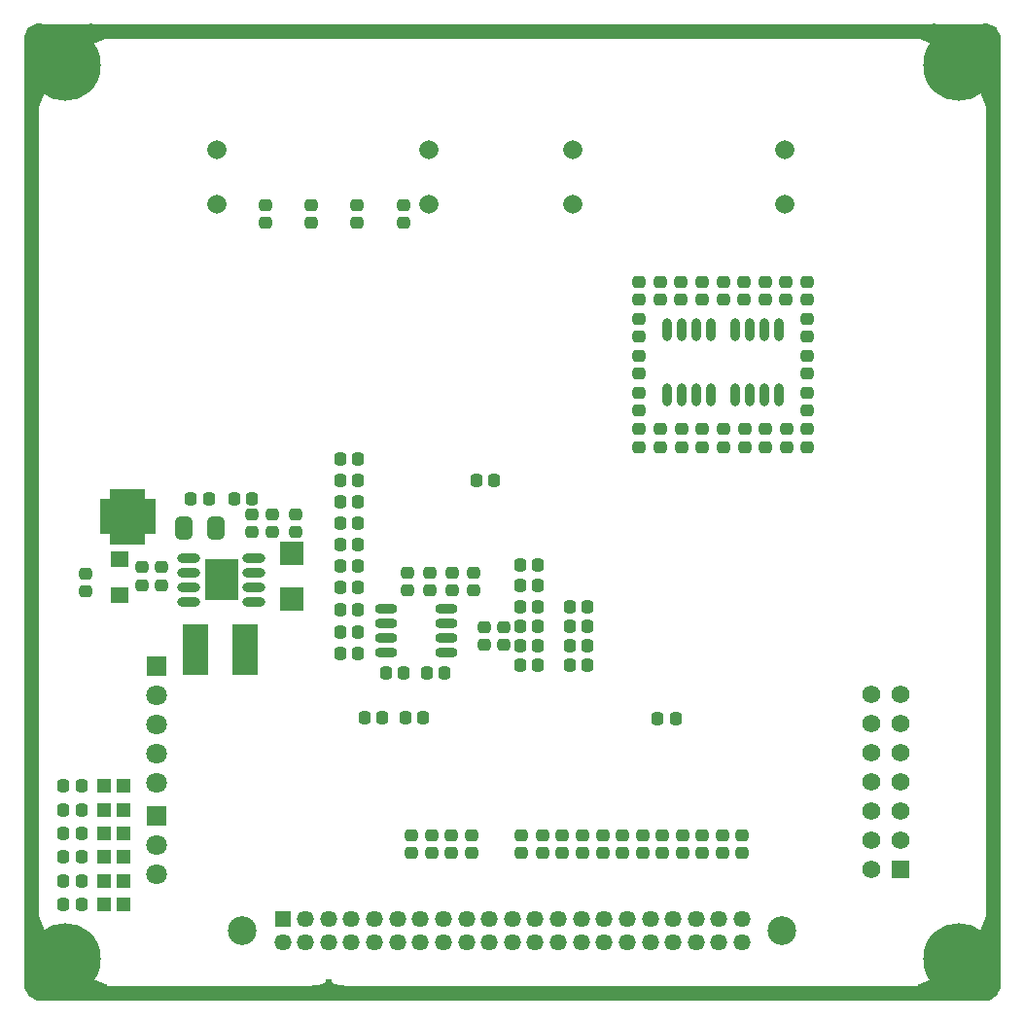
<source format=gbs>
G04*
G04 #@! TF.GenerationSoftware,Altium Limited,Altium Designer,24.1.2 (44)*
G04*
G04 Layer_Color=16711935*
%FSLAX44Y44*%
%MOMM*%
G71*
G04*
G04 #@! TF.SameCoordinates,CA10E9FC-EB55-4E7A-9E12-DBC140C81C46*
G04*
G04*
G04 #@! TF.FilePolarity,Negative*
G04*
G01*
G75*
%ADD23C,1.2300*%
G04:AMPARAMS|DCode=77|XSize=1.1532mm|YSize=1.0532mm|CornerRadius=0.3141mm|HoleSize=0mm|Usage=FLASHONLY|Rotation=180.000|XOffset=0mm|YOffset=0mm|HoleType=Round|Shape=RoundedRectangle|*
%AMROUNDEDRECTD77*
21,1,1.1532,0.4250,0,0,180.0*
21,1,0.5250,1.0532,0,0,180.0*
1,1,0.6282,-0.2625,0.2125*
1,1,0.6282,0.2625,0.2125*
1,1,0.6282,0.2625,-0.2125*
1,1,0.6282,-0.2625,-0.2125*
%
%ADD77ROUNDEDRECTD77*%
G04:AMPARAMS|DCode=78|XSize=1.1532mm|YSize=1.0532mm|CornerRadius=0.3141mm|HoleSize=0mm|Usage=FLASHONLY|Rotation=90.000|XOffset=0mm|YOffset=0mm|HoleType=Round|Shape=RoundedRectangle|*
%AMROUNDEDRECTD78*
21,1,1.1532,0.4250,0,0,90.0*
21,1,0.5250,1.0532,0,0,90.0*
1,1,0.6282,0.2125,0.2625*
1,1,0.6282,0.2125,-0.2625*
1,1,0.6282,-0.2125,-0.2625*
1,1,0.6282,-0.2125,0.2625*
%
%ADD78ROUNDEDRECTD78*%
%ADD83R,2.0032X2.0032*%
%ADD111O,0.8032X2.0032*%
%ADD115R,1.5732X1.5732*%
%ADD116C,1.5732*%
%ADD117C,1.6612*%
%ADD118C,1.4612*%
%ADD119R,1.4612X1.4612*%
%ADD120C,2.5032*%
%ADD121C,1.2032*%
%ADD122C,6.2032*%
%ADD123C,1.8032*%
%ADD124R,1.8032X1.8032*%
%ADD158R,0.3769X0.4877*%
%ADD159R,0.8704X0.4005*%
%ADD160R,0.7127X0.4784*%
%ADD161R,0.5175X0.4406*%
%ADD162R,2.9210X3.6068*%
%ADD163O,2.0032X0.8032*%
%ADD164R,2.8532X2.8532*%
%ADD165R,1.0588X0.5286*%
%ADD166R,0.5286X1.0588*%
G04:AMPARAMS|DCode=167|XSize=1.8432mm|YSize=0.7932mm|CornerRadius=0.2491mm|HoleSize=0mm|Usage=FLASHONLY|Rotation=0.000|XOffset=0mm|YOffset=0mm|HoleType=Round|Shape=RoundedRectangle|*
%AMROUNDEDRECTD167*
21,1,1.8432,0.2950,0,0,0.0*
21,1,1.3450,0.7932,0,0,0.0*
1,1,0.4982,0.6725,-0.1475*
1,1,0.4982,-0.6725,-0.1475*
1,1,0.4982,-0.6725,0.1475*
1,1,0.4982,0.6725,0.1475*
%
%ADD167ROUNDEDRECTD167*%
%ADD168R,2.2032X4.4032*%
G04:AMPARAMS|DCode=169|XSize=1.9532mm|YSize=1.4532mm|CornerRadius=0.3454mm|HoleSize=0mm|Usage=FLASHONLY|Rotation=270.000|XOffset=0mm|YOffset=0mm|HoleType=Round|Shape=RoundedRectangle|*
%AMROUNDEDRECTD169*
21,1,1.9532,0.7625,0,0,270.0*
21,1,1.2625,1.4532,0,0,270.0*
1,1,0.6907,-0.3813,-0.6313*
1,1,0.6907,-0.3813,0.6313*
1,1,0.6907,0.3813,0.6313*
1,1,0.6907,0.3813,-0.6313*
%
%ADD169ROUNDEDRECTD169*%
%ADD170R,1.3000X1.2000*%
%ADD171R,1.5032X1.3532*%
G36*
X72648Y837500D02*
X60019Y831975D01*
X36000Y840536D01*
X16458Y833570D01*
X9459Y814000D01*
X18057Y789957D01*
X12506Y777344D01*
X206Y791390D01*
X5266Y814000D01*
X206Y836610D01*
X11965Y837939D01*
Y837959D01*
X12003Y837997D01*
X12081Y837997D01*
X13429Y849800D01*
X36000Y844737D01*
X58571Y849800D01*
X72648Y837500D01*
D02*
G37*
G36*
X18057Y60043D02*
X9459Y36000D01*
X16457Y16430D01*
X36000Y9464D01*
X60019Y18026D01*
X72648Y12500D01*
X58571Y200D01*
X57750Y267D01*
X56450Y468D01*
X46447Y2607D01*
X36000Y5135D01*
X25553Y2607D01*
X15550Y468D01*
X14250Y267D01*
X13429Y200D01*
X12068Y11965D01*
X12041D01*
X12003Y12003D01*
X12003Y12081D01*
X206Y13390D01*
X5266Y36000D01*
X206Y58610D01*
X12506Y72656D01*
X18057Y60043D01*
D02*
G37*
G36*
X267663Y16615D02*
X268032Y15752D01*
X268647Y14990D01*
X269508Y14329D01*
X270615Y13770D01*
X271968Y13313D01*
X273567Y12958D01*
X277503Y12551D01*
X279840Y12500D01*
X265000Y200D01*
X250160Y12500D01*
X252497Y12551D01*
X254588Y12703D01*
X256433Y12958D01*
X258032Y13313D01*
X259385Y13770D01*
X260492Y14329D01*
X261353Y14990D01*
X261968Y15752D01*
X262337Y16615D01*
X262460Y17580D01*
X267540D01*
X267663Y16615D01*
D02*
G37*
G36*
X849806Y58532D02*
X849739Y57706D01*
X849538Y56401D01*
X847395Y46399D01*
X844871Y36000D01*
X847395Y25601D01*
X849538Y15599D01*
X849739Y14294D01*
X849806Y13468D01*
X838035Y12063D01*
Y12041D01*
X837997Y12003D01*
X837924Y12003D01*
X836571Y200D01*
X835750Y267D01*
X834449Y468D01*
X824447Y2607D01*
X814000Y5135D01*
X803553Y2607D01*
X793551Y468D01*
X792250Y267D01*
X791430Y200D01*
X777352Y12500D01*
X789981Y18025D01*
X814000Y9464D01*
X833583Y16444D01*
X840530Y36000D01*
X832006Y59995D01*
X837506Y72641D01*
X849806Y58532D01*
D02*
G37*
G36*
X837944Y838035D02*
X837959D01*
X837997Y837997D01*
X837997Y837917D01*
X849806Y836531D01*
X849739Y835705D01*
X849538Y834400D01*
X847395Y824398D01*
X844871Y814000D01*
X847395Y803602D01*
X849538Y793599D01*
X849739Y792295D01*
X849806Y791469D01*
X837506Y777359D01*
X832007Y790005D01*
X840530Y814000D01*
X833584Y833555D01*
X814000Y840536D01*
X789981Y831974D01*
X777352Y837500D01*
X791429Y849800D01*
X814000Y844737D01*
X836571Y849800D01*
X837944Y838035D01*
D02*
G37*
D23*
X12006Y843650D02*
G03*
X6356Y838012I0J-5650D01*
G01*
X6356Y12000D02*
G03*
X11994Y6350I5650J0D01*
G01*
X838006Y6350D02*
G03*
X843656Y11988I0J5650D01*
G01*
X843656Y838000D02*
G03*
X838024Y843650I-5650J0D01*
G01*
X6356Y155503D02*
Y415503D01*
X843656Y706779D02*
Y837975D01*
X843656Y696779D02*
X843656Y706779D01*
X843656Y426780D02*
Y696779D01*
X843656Y416780D02*
X843656Y426780D01*
X843656Y156780D02*
Y416780D01*
X843656Y146780D02*
X843656Y156780D01*
X843656Y12000D02*
Y146780D01*
X700857Y6350D02*
X837981D01*
X690857Y6350D02*
X700857Y6350D01*
X430857Y6350D02*
X690857D01*
X706321Y843650D02*
X838006D01*
X696321Y843650D02*
X706321Y843650D01*
X426322Y843650D02*
X696321D01*
X416322Y843650D02*
X426322Y843650D01*
X156323Y843650D02*
X416322D01*
X146323Y843650D02*
X156323Y843650D01*
X12024Y843650D02*
X146323D01*
X420857Y6350D02*
X430857Y6350D01*
X265000Y6350D02*
X420857D01*
X12006Y6350D02*
X140858D01*
X150858Y6350D01*
X265000D01*
X6356Y705502D02*
Y838000D01*
X6356Y695502D02*
X6356Y705502D01*
X6356Y425503D02*
Y695502D01*
X6356Y415503D02*
X6356Y425503D01*
X6356Y145503D02*
X6356Y155503D01*
X6356Y12025D02*
Y145503D01*
D77*
X53866Y355470D02*
D03*
Y370970D02*
D03*
X663445Y625166D02*
D03*
Y609666D02*
D03*
X608577Y609666D02*
D03*
Y625166D02*
D03*
X681984Y481200D02*
D03*
Y496700D02*
D03*
X645343Y496700D02*
D03*
Y481200D02*
D03*
X626866Y609666D02*
D03*
Y625166D02*
D03*
X663664Y496700D02*
D03*
Y481200D02*
D03*
X535419Y625166D02*
D03*
Y609666D02*
D03*
X553740Y481200D02*
D03*
Y496700D02*
D03*
X571998Y609666D02*
D03*
Y625166D02*
D03*
X590381Y496700D02*
D03*
Y481200D02*
D03*
X590287Y609666D02*
D03*
Y625166D02*
D03*
X572060Y496700D02*
D03*
Y481200D02*
D03*
X198611Y422861D02*
D03*
Y407361D02*
D03*
X391393Y356550D02*
D03*
Y372050D02*
D03*
X372266Y356550D02*
D03*
Y372050D02*
D03*
X353138Y356550D02*
D03*
Y372050D02*
D03*
X334010Y356550D02*
D03*
Y372050D02*
D03*
X520837Y143240D02*
D03*
Y127740D02*
D03*
X389308Y143240D02*
D03*
Y127740D02*
D03*
X572918Y143240D02*
D03*
Y127740D02*
D03*
X624999Y143240D02*
D03*
Y127740D02*
D03*
X337227Y143240D02*
D03*
Y127740D02*
D03*
X590279Y127740D02*
D03*
Y143240D02*
D03*
X607639Y143240D02*
D03*
Y127740D02*
D03*
X538197Y127740D02*
D03*
Y143240D02*
D03*
X555558Y143240D02*
D03*
Y127740D02*
D03*
X468756Y127740D02*
D03*
Y143240D02*
D03*
X503477Y143240D02*
D03*
Y127740D02*
D03*
X451395Y127740D02*
D03*
Y143240D02*
D03*
X486116Y143240D02*
D03*
Y127740D02*
D03*
X371947Y127740D02*
D03*
Y143240D02*
D03*
X354587Y143240D02*
D03*
Y127740D02*
D03*
X432972Y143240D02*
D03*
Y127740D02*
D03*
X210000Y676410D02*
D03*
Y691910D02*
D03*
X250000Y676410D02*
D03*
Y691910D02*
D03*
X681860Y577550D02*
D03*
Y593050D02*
D03*
X681860Y560933D02*
D03*
Y545433D02*
D03*
X681859Y609666D02*
D03*
Y625166D02*
D03*
X681860Y528816D02*
D03*
Y513316D02*
D03*
X645281Y609666D02*
D03*
Y625166D02*
D03*
X627147Y496700D02*
D03*
Y481200D02*
D03*
X535544Y545433D02*
D03*
Y560933D02*
D03*
X535544Y528816D02*
D03*
Y513316D02*
D03*
X535544Y577550D02*
D03*
Y593050D02*
D03*
X535544Y496700D02*
D03*
Y481200D02*
D03*
X553833Y609666D02*
D03*
Y625166D02*
D03*
X608827Y496700D02*
D03*
Y481200D02*
D03*
X236504Y407250D02*
D03*
Y422750D02*
D03*
X102966Y376507D02*
D03*
Y361007D02*
D03*
X119444Y376606D02*
D03*
Y361106D02*
D03*
X417190Y309101D02*
D03*
Y324601D02*
D03*
X400549Y309101D02*
D03*
Y324601D02*
D03*
X216370Y407361D02*
D03*
Y422861D02*
D03*
X330454Y676410D02*
D03*
Y691910D02*
D03*
X290000Y676410D02*
D03*
Y691910D02*
D03*
D78*
X34160Y82804D02*
D03*
X49660D02*
D03*
X34160Y103497D02*
D03*
X49660D02*
D03*
X34160Y124189D02*
D03*
X49660D02*
D03*
X34160Y144881D02*
D03*
X49660D02*
D03*
X290780Y433682D02*
D03*
X275280D02*
D03*
X290780Y377447D02*
D03*
X275280D02*
D03*
X290780Y414937D02*
D03*
X275280D02*
D03*
X290780Y396059D02*
D03*
X275280D02*
D03*
X275280Y452427D02*
D03*
X290780D02*
D03*
X275280Y358702D02*
D03*
X290780D02*
D03*
X275280Y471172D02*
D03*
X290780D02*
D03*
X275280Y339957D02*
D03*
X290780D02*
D03*
X296556Y245638D02*
D03*
X312056D02*
D03*
X198484Y436212D02*
D03*
X182984D02*
D03*
X34160Y186265D02*
D03*
X49660D02*
D03*
X34160Y165573D02*
D03*
X49660D02*
D03*
X290604Y301248D02*
D03*
X275104D02*
D03*
X290780Y320040D02*
D03*
X275280D02*
D03*
X409250Y452500D02*
D03*
X393750D02*
D03*
X332116Y245638D02*
D03*
X347616D02*
D03*
X431956Y308177D02*
D03*
X447456D02*
D03*
X431956Y342366D02*
D03*
X447456D02*
D03*
X431956Y325271D02*
D03*
X447456D02*
D03*
X431956Y291083D02*
D03*
X447456D02*
D03*
X475219Y342366D02*
D03*
X490719D02*
D03*
X475219Y308177D02*
D03*
X490719D02*
D03*
X475219Y325271D02*
D03*
X490719D02*
D03*
X475219Y291083D02*
D03*
X490719D02*
D03*
X160755Y436071D02*
D03*
X145255D02*
D03*
X431958Y378231D02*
D03*
X447458D02*
D03*
Y360781D02*
D03*
X431958D02*
D03*
X366204Y284416D02*
D03*
X350704D02*
D03*
X330644D02*
D03*
X315144D02*
D03*
X551517Y245146D02*
D03*
X567017D02*
D03*
D83*
X232733Y388601D02*
D03*
Y348601D02*
D03*
D111*
X619234Y583531D02*
D03*
X631934D02*
D03*
X644633D02*
D03*
X657334D02*
D03*
X619234Y527031D02*
D03*
X631934D02*
D03*
X644633D02*
D03*
X657334D02*
D03*
X597644Y527031D02*
D03*
X584944D02*
D03*
X572243D02*
D03*
X559543D02*
D03*
X597644Y583531D02*
D03*
X584944D02*
D03*
X572243D02*
D03*
X559543D02*
D03*
D115*
X762700Y113800D02*
D03*
D116*
X737300D02*
D03*
X762700Y139200D02*
D03*
X737300D02*
D03*
X762700Y164600D02*
D03*
X737300D02*
D03*
Y190000D02*
D03*
Y215400D02*
D03*
X762700Y240800D02*
D03*
X737300D02*
D03*
X762700Y266200D02*
D03*
X737300D02*
D03*
X762700Y190000D02*
D03*
Y215400D02*
D03*
D117*
X352500Y692500D02*
D03*
X167500D02*
D03*
X352500Y740000D02*
D03*
X167500D02*
D03*
X662500Y692500D02*
D03*
X477500D02*
D03*
X662500Y740000D02*
D03*
X477500D02*
D03*
D118*
X625000Y50000D02*
D03*
Y70000D02*
D03*
X605000Y50000D02*
D03*
Y70000D02*
D03*
X585000Y50000D02*
D03*
Y70000D02*
D03*
X565000Y50000D02*
D03*
Y70000D02*
D03*
X545000Y50000D02*
D03*
Y70000D02*
D03*
X525000Y50000D02*
D03*
Y70000D02*
D03*
X505000Y50000D02*
D03*
Y70000D02*
D03*
X485000Y50000D02*
D03*
Y70000D02*
D03*
X465000Y50000D02*
D03*
Y70000D02*
D03*
X445000Y50000D02*
D03*
Y70000D02*
D03*
X425000Y50000D02*
D03*
Y70000D02*
D03*
X405000Y50000D02*
D03*
Y70000D02*
D03*
X385000Y50000D02*
D03*
Y70000D02*
D03*
X365000Y50000D02*
D03*
Y70000D02*
D03*
X345000Y50000D02*
D03*
Y70000D02*
D03*
X325000Y50000D02*
D03*
Y70000D02*
D03*
X305000Y50000D02*
D03*
Y70000D02*
D03*
X285000Y50000D02*
D03*
Y70000D02*
D03*
X265000Y50000D02*
D03*
Y70000D02*
D03*
X245000Y50000D02*
D03*
Y70000D02*
D03*
X225000Y50000D02*
D03*
D119*
Y70000D02*
D03*
D120*
X190000Y60000D02*
D03*
X660000D02*
D03*
D121*
X19560Y52440D02*
D03*
X52440Y19560D02*
D03*
X19560D02*
D03*
X52440Y52440D02*
D03*
X59250Y36000D02*
D03*
X36000Y13140D02*
D03*
X12750Y36000D02*
D03*
X36000Y59250D02*
D03*
X19560Y830440D02*
D03*
X52440Y797560D02*
D03*
X19560D02*
D03*
X52440Y830440D02*
D03*
X59250Y814000D02*
D03*
X36000Y791140D02*
D03*
X12750Y814000D02*
D03*
X36000Y837250D02*
D03*
X797560Y830440D02*
D03*
X830440Y797560D02*
D03*
X797560D02*
D03*
X830440Y830440D02*
D03*
X837250Y814000D02*
D03*
X814000Y791140D02*
D03*
X790750Y814000D02*
D03*
X814000Y837250D02*
D03*
X797560Y52440D02*
D03*
X830440Y19560D02*
D03*
X797560D02*
D03*
X830440Y52440D02*
D03*
X837250Y36000D02*
D03*
X814000Y13140D02*
D03*
X790750Y36000D02*
D03*
X814000Y59250D02*
D03*
D122*
X36000Y36000D02*
D03*
Y814000D02*
D03*
X814000D02*
D03*
Y36000D02*
D03*
D123*
X115316Y109728D02*
D03*
Y135128D02*
D03*
Y188516D02*
D03*
Y213916D02*
D03*
Y239316D02*
D03*
Y264716D02*
D03*
D124*
Y160528D02*
D03*
Y290116D02*
D03*
D158*
X14117Y835558D02*
D03*
D159*
X15211Y13999D02*
D03*
D160*
X834439Y14389D02*
D03*
D161*
X835453Y835831D02*
D03*
D162*
X171657Y365732D02*
D03*
D163*
X199910Y384476D02*
D03*
Y371776D02*
D03*
Y359076D02*
D03*
Y346376D02*
D03*
X143410Y384476D02*
D03*
Y371776D02*
D03*
Y359076D02*
D03*
Y346376D02*
D03*
D164*
X89930Y420702D02*
D03*
D165*
X70906Y433202D02*
D03*
Y428202D02*
D03*
Y423202D02*
D03*
Y418202D02*
D03*
Y413202D02*
D03*
Y408202D02*
D03*
X108954D02*
D03*
Y413202D02*
D03*
Y418202D02*
D03*
Y423202D02*
D03*
Y428202D02*
D03*
Y433202D02*
D03*
D166*
X77430Y401678D02*
D03*
X82430D02*
D03*
X87430D02*
D03*
X92430D02*
D03*
X97430D02*
D03*
X102430D02*
D03*
Y439726D02*
D03*
X97430D02*
D03*
X92430D02*
D03*
X87430D02*
D03*
X82430D02*
D03*
X77430D02*
D03*
D167*
X315280Y302260D02*
D03*
Y314960D02*
D03*
Y327660D02*
D03*
Y340360D02*
D03*
X367980D02*
D03*
Y327660D02*
D03*
Y314960D02*
D03*
Y302260D02*
D03*
D168*
X192400Y304720D02*
D03*
X149000D02*
D03*
D169*
X166905Y410746D02*
D03*
X138905D02*
D03*
D170*
X69232Y82804D02*
D03*
X86232D02*
D03*
X69232Y103497D02*
D03*
X86232D02*
D03*
X69232Y124189D02*
D03*
X86232D02*
D03*
X69232Y144881D02*
D03*
X86232D02*
D03*
X69232Y186265D02*
D03*
X86232D02*
D03*
X69232Y165573D02*
D03*
X86232D02*
D03*
D171*
X82816Y383720D02*
D03*
Y352720D02*
D03*
M02*

</source>
